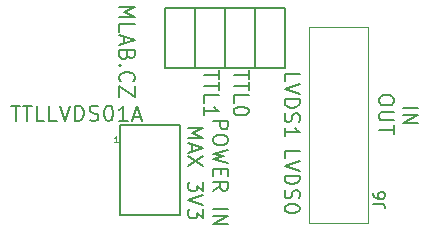
<source format=gbr>
G04 #@! TF.GenerationSoftware,KiCad,Pcbnew,(5.1.0-rc1-108-gb4c0af021)*
G04 #@! TF.CreationDate,2019-02-21T20:09:24+01:00
G04 #@! TF.ProjectId,TTLLVDS01A,54544c4c-5644-4533-9031-412e6b696361,REV*
G04 #@! TF.SameCoordinates,Original*
G04 #@! TF.FileFunction,Legend,Top*
G04 #@! TF.FilePolarity,Positive*
%FSLAX46Y46*%
G04 Gerber Fmt 4.6, Leading zero omitted, Abs format (unit mm)*
G04 Created by KiCad (PCBNEW (5.1.0-rc1-108-gb4c0af021)) date 2019-02-21 20:09:24*
%MOMM*%
%LPD*%
G04 APERTURE LIST*
%ADD10C,0.200000*%
%ADD11C,0.150000*%
%ADD12C,0.120000*%
%ADD13C,0.050000*%
G04 APERTURE END LIST*
D10*
X17495976Y9718523D02*
X18765976Y9718523D01*
X18765976Y9234714D01*
X18705500Y9113761D01*
X18645023Y9053285D01*
X18524071Y8992809D01*
X18342642Y8992809D01*
X18221690Y9053285D01*
X18161214Y9113761D01*
X18100738Y9234714D01*
X18100738Y9718523D01*
X18765976Y8206619D02*
X18765976Y7964714D01*
X18705500Y7843761D01*
X18584547Y7722809D01*
X18342642Y7662333D01*
X17919309Y7662333D01*
X17677404Y7722809D01*
X17556452Y7843761D01*
X17495976Y7964714D01*
X17495976Y8206619D01*
X17556452Y8327571D01*
X17677404Y8448523D01*
X17919309Y8509000D01*
X18342642Y8509000D01*
X18584547Y8448523D01*
X18705500Y8327571D01*
X18765976Y8206619D01*
X18765976Y7239000D02*
X17495976Y6936619D01*
X18403119Y6694714D01*
X17495976Y6452809D01*
X18765976Y6150428D01*
X18161214Y5666619D02*
X18161214Y5243285D01*
X17495976Y5061857D02*
X17495976Y5666619D01*
X18765976Y5666619D01*
X18765976Y5061857D01*
X17495976Y3791857D02*
X18100738Y4215190D01*
X17495976Y4517571D02*
X18765976Y4517571D01*
X18765976Y4033761D01*
X18705500Y3912809D01*
X18645023Y3852333D01*
X18524071Y3791857D01*
X18342642Y3791857D01*
X18221690Y3852333D01*
X18161214Y3912809D01*
X18100738Y4033761D01*
X18100738Y4517571D01*
X17495976Y2279952D02*
X18765976Y2279952D01*
X17495976Y1675190D02*
X18765976Y1675190D01*
X17495976Y949476D01*
X18765976Y949476D01*
X15390976Y9144000D02*
X16660976Y9144000D01*
X15753833Y8720666D01*
X16660976Y8297333D01*
X15390976Y8297333D01*
X15753833Y7753047D02*
X15753833Y7148285D01*
X15390976Y7874000D02*
X16660976Y7450666D01*
X15390976Y7027333D01*
X16660976Y6724952D02*
X15390976Y5878285D01*
X16660976Y5878285D02*
X15390976Y6724952D01*
X16660976Y4547809D02*
X16660976Y3761619D01*
X16177166Y4184952D01*
X16177166Y4003523D01*
X16116690Y3882571D01*
X16056214Y3822095D01*
X15935261Y3761619D01*
X15632880Y3761619D01*
X15511928Y3822095D01*
X15451452Y3882571D01*
X15390976Y4003523D01*
X15390976Y4366380D01*
X15451452Y4487333D01*
X15511928Y4547809D01*
X16660976Y3398761D02*
X15390976Y2975428D01*
X16660976Y2552095D01*
X16660976Y2249714D02*
X16660976Y1463523D01*
X16177166Y1886857D01*
X16177166Y1705428D01*
X16116690Y1584476D01*
X16056214Y1524000D01*
X15935261Y1463523D01*
X15632880Y1463523D01*
X15511928Y1524000D01*
X15451452Y1584476D01*
X15390976Y1705428D01*
X15390976Y2068285D01*
X15451452Y2189238D01*
X15511928Y2249714D01*
X9571904Y19366238D02*
X10871904Y19366238D01*
X9943333Y18932904D01*
X10871904Y18499571D01*
X9571904Y18499571D01*
X9571904Y17261476D02*
X9571904Y17880523D01*
X10871904Y17880523D01*
X9943333Y16890047D02*
X9943333Y16271000D01*
X9571904Y17013857D02*
X10871904Y16580523D01*
X9571904Y16147190D01*
X10252857Y15280523D02*
X10190952Y15094809D01*
X10129047Y15032904D01*
X10005238Y14971000D01*
X9819523Y14971000D01*
X9695714Y15032904D01*
X9633809Y15094809D01*
X9571904Y15218619D01*
X9571904Y15713857D01*
X10871904Y15713857D01*
X10871904Y15280523D01*
X10810000Y15156714D01*
X10748095Y15094809D01*
X10624285Y15032904D01*
X10500476Y15032904D01*
X10376666Y15094809D01*
X10314761Y15156714D01*
X10252857Y15280523D01*
X10252857Y15713857D01*
X9695714Y14413857D02*
X9633809Y14351952D01*
X9571904Y14413857D01*
X9633809Y14475761D01*
X9695714Y14413857D01*
X9571904Y14413857D01*
X9695714Y13051952D02*
X9633809Y13113857D01*
X9571904Y13299571D01*
X9571904Y13423380D01*
X9633809Y13609095D01*
X9757619Y13732904D01*
X9881428Y13794809D01*
X10129047Y13856714D01*
X10314761Y13856714D01*
X10562380Y13794809D01*
X10686190Y13732904D01*
X10810000Y13609095D01*
X10871904Y13423380D01*
X10871904Y13299571D01*
X10810000Y13113857D01*
X10748095Y13051952D01*
X10871904Y12618619D02*
X10871904Y11751952D01*
X9571904Y12618619D01*
X9571904Y11751952D01*
X428523Y10998904D02*
X1171380Y10998904D01*
X799952Y9698904D02*
X799952Y10998904D01*
X1419000Y10998904D02*
X2161857Y10998904D01*
X1790428Y9698904D02*
X1790428Y10998904D01*
X3214238Y9698904D02*
X2595190Y9698904D01*
X2595190Y10998904D01*
X4266619Y9698904D02*
X3647571Y9698904D01*
X3647571Y10998904D01*
X4514238Y10998904D02*
X4947571Y9698904D01*
X5380904Y10998904D01*
X5814238Y9698904D02*
X5814238Y10998904D01*
X6123761Y10998904D01*
X6309476Y10937000D01*
X6433285Y10813190D01*
X6495190Y10689380D01*
X6557095Y10441761D01*
X6557095Y10256047D01*
X6495190Y10008428D01*
X6433285Y9884619D01*
X6309476Y9760809D01*
X6123761Y9698904D01*
X5814238Y9698904D01*
X7052333Y9760809D02*
X7238047Y9698904D01*
X7547571Y9698904D01*
X7671380Y9760809D01*
X7733285Y9822714D01*
X7795190Y9946523D01*
X7795190Y10070333D01*
X7733285Y10194142D01*
X7671380Y10256047D01*
X7547571Y10317952D01*
X7299952Y10379857D01*
X7176142Y10441761D01*
X7114238Y10503666D01*
X7052333Y10627476D01*
X7052333Y10751285D01*
X7114238Y10875095D01*
X7176142Y10937000D01*
X7299952Y10998904D01*
X7609476Y10998904D01*
X7795190Y10937000D01*
X8599952Y10998904D02*
X8723761Y10998904D01*
X8847571Y10937000D01*
X8909476Y10875095D01*
X8971380Y10751285D01*
X9033285Y10503666D01*
X9033285Y10194142D01*
X8971380Y9946523D01*
X8909476Y9822714D01*
X8847571Y9760809D01*
X8723761Y9698904D01*
X8599952Y9698904D01*
X8476142Y9760809D01*
X8414238Y9822714D01*
X8352333Y9946523D01*
X8290428Y10194142D01*
X8290428Y10503666D01*
X8352333Y10751285D01*
X8414238Y10875095D01*
X8476142Y10937000D01*
X8599952Y10998904D01*
X10271380Y9698904D02*
X9528523Y9698904D01*
X9899952Y9698904D02*
X9899952Y10998904D01*
X9776142Y10813190D01*
X9652333Y10689380D01*
X9528523Y10627476D01*
X10766619Y10070333D02*
X11385666Y10070333D01*
X10642809Y9698904D02*
X11076142Y10998904D01*
X11509476Y9698904D01*
X32826476Y11557000D02*
X32826476Y11315095D01*
X32766000Y11194142D01*
X32645047Y11073190D01*
X32403142Y11012714D01*
X31979809Y11012714D01*
X31737904Y11073190D01*
X31616952Y11194142D01*
X31556476Y11315095D01*
X31556476Y11557000D01*
X31616952Y11677952D01*
X31737904Y11798904D01*
X31979809Y11859380D01*
X32403142Y11859380D01*
X32645047Y11798904D01*
X32766000Y11677952D01*
X32826476Y11557000D01*
X32826476Y10468428D02*
X31798380Y10468428D01*
X31677428Y10407952D01*
X31616952Y10347476D01*
X31556476Y10226523D01*
X31556476Y9984619D01*
X31616952Y9863666D01*
X31677428Y9803190D01*
X31798380Y9742714D01*
X32826476Y9742714D01*
X32826476Y9319380D02*
X32826476Y8593666D01*
X31556476Y8956523D02*
X32826476Y8956523D01*
X33588476Y10825238D02*
X34858476Y10825238D01*
X33588476Y10220476D02*
X34858476Y10220476D01*
X33588476Y9494761D01*
X34858476Y9494761D01*
X23555476Y13059857D02*
X23555476Y13664619D01*
X24825476Y13664619D01*
X24825476Y12817952D02*
X23555476Y12394619D01*
X24825476Y11971285D01*
X23555476Y11547952D02*
X24825476Y11547952D01*
X24825476Y11245571D01*
X24765000Y11064142D01*
X24644047Y10943190D01*
X24523095Y10882714D01*
X24281190Y10822238D01*
X24099761Y10822238D01*
X23857857Y10882714D01*
X23736904Y10943190D01*
X23615952Y11064142D01*
X23555476Y11245571D01*
X23555476Y11547952D01*
X23615952Y10338428D02*
X23555476Y10157000D01*
X23555476Y9854619D01*
X23615952Y9733666D01*
X23676428Y9673190D01*
X23797380Y9612714D01*
X23918333Y9612714D01*
X24039285Y9673190D01*
X24099761Y9733666D01*
X24160238Y9854619D01*
X24220714Y10096523D01*
X24281190Y10217476D01*
X24341666Y10277952D01*
X24462619Y10338428D01*
X24583571Y10338428D01*
X24704523Y10277952D01*
X24765000Y10217476D01*
X24825476Y10096523D01*
X24825476Y9794142D01*
X24765000Y9612714D01*
X23555476Y8403190D02*
X23555476Y9128904D01*
X23555476Y8766047D02*
X24825476Y8766047D01*
X24644047Y8887000D01*
X24523095Y9007952D01*
X24462619Y9128904D01*
X23555476Y6582857D02*
X23555476Y7187619D01*
X24825476Y7187619D01*
X24825476Y6340952D02*
X23555476Y5917619D01*
X24825476Y5494285D01*
X23555476Y5070952D02*
X24825476Y5070952D01*
X24825476Y4768571D01*
X24765000Y4587142D01*
X24644047Y4466190D01*
X24523095Y4405714D01*
X24281190Y4345238D01*
X24099761Y4345238D01*
X23857857Y4405714D01*
X23736904Y4466190D01*
X23615952Y4587142D01*
X23555476Y4768571D01*
X23555476Y5070952D01*
X23615952Y3861428D02*
X23555476Y3680000D01*
X23555476Y3377619D01*
X23615952Y3256666D01*
X23676428Y3196190D01*
X23797380Y3135714D01*
X23918333Y3135714D01*
X24039285Y3196190D01*
X24099761Y3256666D01*
X24160238Y3377619D01*
X24220714Y3619523D01*
X24281190Y3740476D01*
X24341666Y3800952D01*
X24462619Y3861428D01*
X24583571Y3861428D01*
X24704523Y3800952D01*
X24765000Y3740476D01*
X24825476Y3619523D01*
X24825476Y3317142D01*
X24765000Y3135714D01*
X24825476Y2349523D02*
X24825476Y2228571D01*
X24765000Y2107619D01*
X24704523Y2047142D01*
X24583571Y1986666D01*
X24341666Y1926190D01*
X24039285Y1926190D01*
X23797380Y1986666D01*
X23676428Y2047142D01*
X23615952Y2107619D01*
X23555476Y2228571D01*
X23555476Y2349523D01*
X23615952Y2470476D01*
X23676428Y2530952D01*
X23797380Y2591428D01*
X24039285Y2651904D01*
X24341666Y2651904D01*
X24583571Y2591428D01*
X24704523Y2530952D01*
X24765000Y2470476D01*
X24825476Y2349523D01*
X17967476Y13973047D02*
X17967476Y13247333D01*
X16697476Y13610190D02*
X17967476Y13610190D01*
X17967476Y13005428D02*
X17967476Y12279714D01*
X16697476Y12642571D02*
X17967476Y12642571D01*
X16697476Y11251619D02*
X16697476Y11856380D01*
X17967476Y11856380D01*
X16697476Y10163047D02*
X16697476Y10888761D01*
X16697476Y10525904D02*
X17967476Y10525904D01*
X17786047Y10646857D01*
X17665095Y10767809D01*
X17604619Y10888761D01*
X20507476Y13973047D02*
X20507476Y13247333D01*
X19237476Y13610190D02*
X20507476Y13610190D01*
X20507476Y13005428D02*
X20507476Y12279714D01*
X19237476Y12642571D02*
X20507476Y12642571D01*
X19237476Y11251619D02*
X19237476Y11856380D01*
X20507476Y11856380D01*
X20507476Y10586380D02*
X20507476Y10465428D01*
X20447000Y10344476D01*
X20386523Y10284000D01*
X20265571Y10223523D01*
X20023666Y10163047D01*
X19721285Y10163047D01*
X19479380Y10223523D01*
X19358428Y10284000D01*
X19297952Y10344476D01*
X19237476Y10465428D01*
X19237476Y10586380D01*
X19297952Y10707333D01*
X19358428Y10767809D01*
X19479380Y10828285D01*
X19721285Y10888761D01*
X20023666Y10888761D01*
X20265571Y10828285D01*
X20386523Y10767809D01*
X20447000Y10707333D01*
X20507476Y10586380D01*
D11*
X9652000Y9398000D02*
X14732000Y9398000D01*
X14732000Y9398000D02*
X14732000Y1778000D01*
X14732000Y1778000D02*
X9652000Y1778000D01*
X9652000Y1778000D02*
X9652000Y9398000D01*
X21082000Y14224000D02*
X18542000Y14224000D01*
X21082000Y19304000D02*
X21082000Y14224000D01*
X18542000Y19304000D02*
X21082000Y19304000D01*
X18542000Y14224000D02*
X18542000Y19304000D01*
X16002000Y19304000D02*
X16002000Y14224000D01*
X16002000Y14224000D02*
X13462000Y14224000D01*
X13462000Y14224000D02*
X13462000Y19304000D01*
X13462000Y19304000D02*
X16002000Y19304000D01*
X16002000Y19304000D02*
X18542000Y19304000D01*
X16002000Y14224000D02*
X16002000Y19304000D01*
X18542000Y14224000D02*
X16002000Y14224000D01*
X18542000Y19304000D02*
X18542000Y14224000D01*
X23622000Y19304000D02*
X23622000Y14224000D01*
X23622000Y14224000D02*
X21082000Y14224000D01*
X21082000Y14224000D02*
X21082000Y19304000D01*
X21082000Y19304000D02*
X23622000Y19304000D01*
D12*
X25644600Y17672600D02*
X30644600Y17672600D01*
X25644600Y1072600D02*
X25644600Y17672600D01*
X30644600Y1072600D02*
X25644600Y1072600D01*
X30644600Y17672600D02*
X30644600Y1072600D01*
D13*
X9413857Y7901809D02*
X9128142Y7901809D01*
X9271000Y7901809D02*
X9271000Y8401809D01*
X9223380Y8330380D01*
X9175761Y8282761D01*
X9128142Y8258952D01*
D11*
X31049980Y2689266D02*
X31764266Y2689266D01*
X31907123Y2641647D01*
X32002361Y2546409D01*
X32049980Y2403552D01*
X32049980Y2308314D01*
X31049980Y3594028D02*
X31049980Y3403552D01*
X31097600Y3308314D01*
X31145219Y3260695D01*
X31288076Y3165457D01*
X31478552Y3117838D01*
X31859504Y3117838D01*
X31954742Y3165457D01*
X32002361Y3213076D01*
X32049980Y3308314D01*
X32049980Y3498790D01*
X32002361Y3594028D01*
X31954742Y3641647D01*
X31859504Y3689266D01*
X31621409Y3689266D01*
X31526171Y3641647D01*
X31478552Y3594028D01*
X31430933Y3498790D01*
X31430933Y3308314D01*
X31478552Y3213076D01*
X31526171Y3165457D01*
X31621409Y3117838D01*
M02*

</source>
